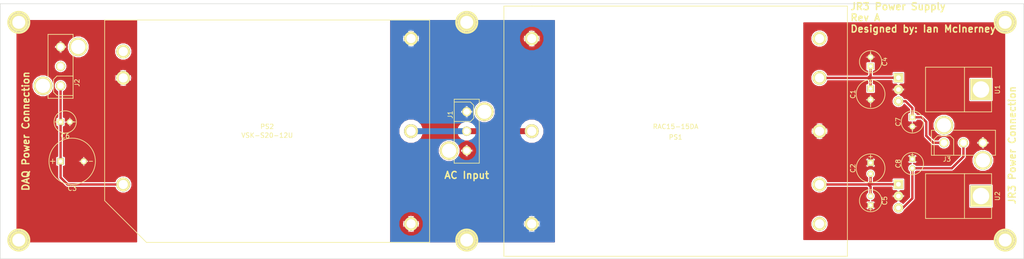
<source format=kicad_pcb>
(kicad_pcb (version 3) (host pcbnew "(2013-06-11 BZR 4021)-stable")

  (general
    (links 31)
    (no_connects 0)
    (area 131.992857 189.801 370.364286 246.091001)
    (thickness 1.6)
    (drawings 8)
    (tracks 35)
    (zones 0)
    (modules 21)
    (nets 11)
  )

  (page A3)
  (layers
    (15 F.Cu signal)
    (0 B.Cu signal)
    (16 B.Adhes user)
    (17 F.Adhes user)
    (18 B.Paste user)
    (19 F.Paste user)
    (20 B.SilkS user)
    (21 F.SilkS user)
    (22 B.Mask user)
    (23 F.Mask user)
    (24 Dwgs.User user)
    (25 Cmts.User user)
    (26 Eco1.User user)
    (27 Eco2.User user)
    (28 Edge.Cuts user)
  )

  (setup
    (last_trace_width 0.254)
    (trace_clearance 0.254)
    (zone_clearance 0.2032)
    (zone_45_only no)
    (trace_min 0.254)
    (segment_width 0.2)
    (edge_width 0.1)
    (via_size 0.889)
    (via_drill 0.635)
    (via_min_size 0.889)
    (via_min_drill 0.508)
    (uvia_size 0.508)
    (uvia_drill 0.127)
    (uvias_allowed no)
    (uvia_min_size 0.508)
    (uvia_min_drill 0.127)
    (pcb_text_width 0.3)
    (pcb_text_size 1.5 1.5)
    (mod_edge_width 0.15)
    (mod_text_size 1 1)
    (mod_text_width 0.15)
    (pad_size 4.064 4.064)
    (pad_drill 2.794)
    (pad_to_mask_clearance 0)
    (aux_axis_origin 0 0)
    (visible_elements FFFFFFBF)
    (pcbplotparams
      (layerselection 283148289)
      (usegerberextensions true)
      (excludeedgelayer true)
      (linewidth 0.150000)
      (plotframeref false)
      (viasonmask false)
      (mode 1)
      (useauxorigin false)
      (hpglpennumber 1)
      (hpglpenspeed 20)
      (hpglpendiameter 15)
      (hpglpenoverlay 2)
      (psnegative false)
      (psa4output false)
      (plotreference true)
      (plotvalue true)
      (plotothertext true)
      (plotinvisibletext false)
      (padsonsilk false)
      (subtractmaskfromsilk false)
      (outputformat 1)
      (mirror false)
      (drillshape 0)
      (scaleselection 1)
      (outputdirectory Power_Supply_Gerbers/))
  )

  (net 0 "")
  (net 1 /AC_Gnd)
  (net 2 /AC_Hot)
  (net 3 /AC_Neutral)
  (net 4 /JR3_GND)
  (net 5 GND)
  (net 6 N-000001)
  (net 7 N-0000011)
  (net 8 N-000002)
  (net 9 N-000003)
  (net 10 N-000004)

  (net_class Default "This is the default net class."
    (clearance 0.254)
    (trace_width 0.254)
    (via_dia 0.889)
    (via_drill 0.635)
    (uvia_dia 0.508)
    (uvia_drill 0.127)
    (add_net "")
    (add_net /JR3_GND)
    (add_net GND)
    (add_net N-0000011)
  )

  (net_class AC ""
    (clearance 1.016)
    (trace_width 1.27)
    (via_dia 0.889)
    (via_drill 0.635)
    (uvia_dia 0.508)
    (uvia_drill 0.127)
    (add_net /AC_Gnd)
    (add_net /AC_Hot)
    (add_net /AC_Neutral)
  )

  (net_class DC ""
    (clearance 0.254)
    (trace_width 0.508)
    (via_dia 0.889)
    (via_drill 0.635)
    (uvia_dia 0.508)
    (uvia_drill 0.127)
    (add_net N-000001)
    (add_net N-000002)
    (add_net N-000003)
    (add_net N-000004)
  )

  (module TO220_HORIZ (layer F.Cu) (tedit 52F40229) (tstamp 52F43291)
    (at 333 232)
    (path /52F3FF00)
    (fp_text reference U2 (at 21.336 0 90) (layer F.SilkS)
      (effects (font (size 1 1) (thickness 0.15)))
    )
    (fp_text value 7912 (at 13.97 5.588) (layer F.SilkS) hide
      (effects (font (size 1 1) (thickness 0.15)))
    )
    (fp_line (start 14.224 -4.826) (end 14.224 4.826) (layer F.SilkS) (width 0.15))
    (fp_line (start 5.842 4.826) (end 20.066 4.826) (layer F.SilkS) (width 0.15))
    (fp_line (start 20.066 4.826) (end 20.066 -4.826) (layer F.SilkS) (width 0.15))
    (fp_line (start 20.066 -4.826) (end 5.842 -4.826) (layer F.SilkS) (width 0.15))
    (fp_line (start 5.842 -4.826) (end 5.842 4.826) (layer F.SilkS) (width 0.15))
    (pad 2 thru_hole circle (at 0 0) (size 2.032 2.032) (drill 1.016)
      (layers *.Cu *.Mask F.SilkS)
      (net 4 /JR3_GND)
    )
    (pad 3 thru_hole circle (at 0 2.54) (size 2.032 2.032) (drill 1.016)
      (layers *.Cu *.Mask F.SilkS)
      (net 6 N-000001)
    )
    (pad 1 thru_hole rect (at 0 -2.54) (size 2.032 2.032) (drill 1.016)
      (layers *.Cu *.Mask F.SilkS)
      (net 10 N-000004)
    )
    (pad "" thru_hole rect (at 17.78 0) (size 4.572 4.572) (drill 3.556)
      (layers *.Cu *.Mask F.SilkS)
    )
  )

  (module TO220_HORIZ (layer F.Cu) (tedit 52F40229) (tstamp 52F43280)
    (at 333 209)
    (path /52F3FE75)
    (fp_text reference U1 (at 21.336 0 90) (layer F.SilkS)
      (effects (font (size 1 1) (thickness 0.15)))
    )
    (fp_text value 7812 (at 13.97 5.588) (layer F.SilkS) hide
      (effects (font (size 1 1) (thickness 0.15)))
    )
    (fp_line (start 14.224 -4.826) (end 14.224 4.826) (layer F.SilkS) (width 0.15))
    (fp_line (start 5.842 4.826) (end 20.066 4.826) (layer F.SilkS) (width 0.15))
    (fp_line (start 20.066 4.826) (end 20.066 -4.826) (layer F.SilkS) (width 0.15))
    (fp_line (start 20.066 -4.826) (end 5.842 -4.826) (layer F.SilkS) (width 0.15))
    (fp_line (start 5.842 -4.826) (end 5.842 4.826) (layer F.SilkS) (width 0.15))
    (pad 2 thru_hole circle (at 0 0) (size 2.032 2.032) (drill 1.016)
      (layers *.Cu *.Mask F.SilkS)
      (net 4 /JR3_GND)
    )
    (pad 3 thru_hole circle (at 0 2.54) (size 2.032 2.032) (drill 1.016)
      (layers *.Cu *.Mask F.SilkS)
      (net 8 N-000002)
    )
    (pad 1 thru_hole rect (at 0 -2.54) (size 2.032 2.032) (drill 1.016)
      (layers *.Cu *.Mask F.SilkS)
      (net 9 N-000003)
    )
    (pad "" thru_hole rect (at 17.78 0) (size 4.572 4.572) (drill 3.556)
      (layers *.Cu *.Mask F.SilkS)
    )
  )

  (module C_2.5mm_6.3mm (layer F.Cu) (tedit 52F40249) (tstamp 52F4333A)
    (at 327 226 90)
    (path /52F32A2E)
    (fp_text reference C2 (at 0 -3.81 90) (layer F.SilkS)
      (effects (font (size 1 1) (thickness 0.15)))
    )
    (fp_text value 47uF (at 0 4.064 90) (layer F.SilkS) hide
      (effects (font (size 1 1) (thickness 0.15)))
    )
    (fp_line (start -2.2 0) (end -2.8 0) (layer F.SilkS) (width 0.15))
    (fp_line (start 2.5 -0.4) (end 2.5 0.4) (layer F.SilkS) (width 0.15))
    (fp_line (start 2.1 0) (end 2.9 0) (layer F.SilkS) (width 0.15))
    (fp_circle (center 0 0) (end 0 -3.1) (layer F.SilkS) (width 0.15))
    (pad 1 thru_hole rect (at 1.2 0 90) (size 1.4 1.4) (drill 0.7)
      (layers *.Cu *.Mask F.SilkS)
      (net 4 /JR3_GND)
    )
    (pad 2 thru_hole circle (at -1.2 0 90) (size 1.4 1.4) (drill 0.7)
      (layers *.Cu *.Mask F.SilkS)
      (net 10 N-000004)
    )
  )

  (module C_2.5mm_6.3mm (layer F.Cu) (tedit 52F40249) (tstamp 52F43330)
    (at 327 210 90)
    (path /52F32A1F)
    (fp_text reference C1 (at 0 -3.81 90) (layer F.SilkS)
      (effects (font (size 1 1) (thickness 0.15)))
    )
    (fp_text value 47uF (at 0 4.064 90) (layer F.SilkS) hide
      (effects (font (size 1 1) (thickness 0.15)))
    )
    (fp_line (start -2.2 0) (end -2.8 0) (layer F.SilkS) (width 0.15))
    (fp_line (start 2.5 -0.4) (end 2.5 0.4) (layer F.SilkS) (width 0.15))
    (fp_line (start 2.1 0) (end 2.9 0) (layer F.SilkS) (width 0.15))
    (fp_circle (center 0 0) (end 0 -3.1) (layer F.SilkS) (width 0.15))
    (pad 1 thru_hole rect (at 1.2 0 90) (size 1.4 1.4) (drill 0.7)
      (layers *.Cu *.Mask F.SilkS)
      (net 9 N-000003)
    )
    (pad 2 thru_hole circle (at -1.2 0 90) (size 1.4 1.4) (drill 0.7)
      (layers *.Cu *.Mask F.SilkS)
      (net 4 /JR3_GND)
    )
  )

  (module C_2mm_5mm (layer F.Cu) (tedit 52F40259) (tstamp 52F43326)
    (at 327 203 270)
    (path /52F32D01)
    (fp_text reference C4 (at 0 -3.048 270) (layer F.SilkS)
      (effects (font (size 1 1) (thickness 0.15)))
    )
    (fp_text value 0.1uF (at 0 3.302 270) (layer F.SilkS) hide
      (effects (font (size 1 1) (thickness 0.15)))
    )
    (fp_line (start 1.9 -0.3) (end 1.9 0.3) (layer F.SilkS) (width 0.15))
    (fp_line (start 1.6 0) (end 2.2 0) (layer F.SilkS) (width 0.15))
    (fp_line (start -2.2 0) (end -1.6 0) (layer F.SilkS) (width 0.15))
    (fp_circle (center 0 0) (end 0 -2.4) (layer F.SilkS) (width 0.15))
    (pad 1 thru_hole rect (at 1 0 270) (size 1.3 1.3) (drill 0.7)
      (layers *.Cu *.Mask F.SilkS)
      (net 9 N-000003)
    )
    (pad 2 thru_hole circle (at -1 0 270) (size 1.3 1.3) (drill 0.7)
      (layers *.Cu *.Mask F.SilkS)
      (net 4 /JR3_GND)
    )
  )

  (module C_2mm_5mm (layer F.Cu) (tedit 52F40259) (tstamp 52F4331C)
    (at 327 233 270)
    (path /52F32CF2)
    (fp_text reference C5 (at 0 -3.048 270) (layer F.SilkS)
      (effects (font (size 1 1) (thickness 0.15)))
    )
    (fp_text value 0.1uF (at 0 3.302 270) (layer F.SilkS) hide
      (effects (font (size 1 1) (thickness 0.15)))
    )
    (fp_line (start 1.9 -0.3) (end 1.9 0.3) (layer F.SilkS) (width 0.15))
    (fp_line (start 1.6 0) (end 2.2 0) (layer F.SilkS) (width 0.15))
    (fp_line (start -2.2 0) (end -1.6 0) (layer F.SilkS) (width 0.15))
    (fp_circle (center 0 0) (end 0 -2.4) (layer F.SilkS) (width 0.15))
    (pad 1 thru_hole rect (at 1 0 270) (size 1.3 1.3) (drill 0.7)
      (layers *.Cu *.Mask F.SilkS)
      (net 4 /JR3_GND)
    )
    (pad 2 thru_hole circle (at -1 0 270) (size 1.3 1.3) (drill 0.7)
      (layers *.Cu *.Mask F.SilkS)
      (net 10 N-000004)
    )
  )

  (module C_2mm_5mm (layer F.Cu) (tedit 52F40259) (tstamp 52F43312)
    (at 336 225 90)
    (path /52F32A01)
    (fp_text reference C8 (at 0 -3.048 90) (layer F.SilkS)
      (effects (font (size 1 1) (thickness 0.15)))
    )
    (fp_text value 0.1uF (at 0 3.302 90) (layer F.SilkS) hide
      (effects (font (size 1 1) (thickness 0.15)))
    )
    (fp_line (start 1.9 -0.3) (end 1.9 0.3) (layer F.SilkS) (width 0.15))
    (fp_line (start 1.6 0) (end 2.2 0) (layer F.SilkS) (width 0.15))
    (fp_line (start -2.2 0) (end -1.6 0) (layer F.SilkS) (width 0.15))
    (fp_circle (center 0 0) (end 0 -2.4) (layer F.SilkS) (width 0.15))
    (pad 1 thru_hole rect (at 1 0 90) (size 1.3 1.3) (drill 0.7)
      (layers *.Cu *.Mask F.SilkS)
      (net 4 /JR3_GND)
    )
    (pad 2 thru_hole circle (at -1 0 90) (size 1.3 1.3) (drill 0.7)
      (layers *.Cu *.Mask F.SilkS)
      (net 6 N-000001)
    )
  )

  (module C_2mm_5mm (layer F.Cu) (tedit 52F40259) (tstamp 52F43308)
    (at 336 216 90)
    (path /52F329F2)
    (fp_text reference C7 (at 0 -3.048 90) (layer F.SilkS)
      (effects (font (size 1 1) (thickness 0.15)))
    )
    (fp_text value 0.1uF (at 0 3.302 90) (layer F.SilkS) hide
      (effects (font (size 1 1) (thickness 0.15)))
    )
    (fp_line (start 1.9 -0.3) (end 1.9 0.3) (layer F.SilkS) (width 0.15))
    (fp_line (start 1.6 0) (end 2.2 0) (layer F.SilkS) (width 0.15))
    (fp_line (start -2.2 0) (end -1.6 0) (layer F.SilkS) (width 0.15))
    (fp_circle (center 0 0) (end 0 -2.4) (layer F.SilkS) (width 0.15))
    (pad 1 thru_hole rect (at 1 0 90) (size 1.3 1.3) (drill 0.7)
      (layers *.Cu *.Mask F.SilkS)
      (net 8 N-000002)
    )
    (pad 2 thru_hole circle (at -1 0 90) (size 1.3 1.3) (drill 0.7)
      (layers *.Cu *.Mask F.SilkS)
      (net 4 /JR3_GND)
    )
  )

  (module C_2mm_5mm (layer F.Cu) (tedit 52F40259) (tstamp 52F432FE)
    (at 153.5 216 180)
    (path /52F329C5)
    (fp_text reference C6 (at 0 -3.048 180) (layer F.SilkS)
      (effects (font (size 1 1) (thickness 0.15)))
    )
    (fp_text value 0.1uF (at 0 3.302 180) (layer F.SilkS) hide
      (effects (font (size 1 1) (thickness 0.15)))
    )
    (fp_line (start 1.9 -0.3) (end 1.9 0.3) (layer F.SilkS) (width 0.15))
    (fp_line (start 1.6 0) (end 2.2 0) (layer F.SilkS) (width 0.15))
    (fp_line (start -2.2 0) (end -1.6 0) (layer F.SilkS) (width 0.15))
    (fp_circle (center 0 0) (end 0 -2.4) (layer F.SilkS) (width 0.15))
    (pad 1 thru_hole rect (at 1 0 180) (size 1.3 1.3) (drill 0.7)
      (layers *.Cu *.Mask F.SilkS)
      (net 7 N-0000011)
    )
    (pad 2 thru_hole circle (at -1 0 180) (size 1.3 1.3) (drill 0.7)
      (layers *.Cu *.Mask F.SilkS)
      (net 5 GND)
    )
  )

  (module C_5mm_10mm (layer F.Cu) (tedit 52F4023A) (tstamp 52F432F4)
    (at 155 224.5 180)
    (path /52F329B6)
    (fp_text reference C3 (at 0 -5.842 180) (layer F.SilkS)
      (effects (font (size 1 1) (thickness 0.15)))
    )
    (fp_text value 220uF (at 0 2.286 180) (layer F.SilkS) hide
      (effects (font (size 1 1) (thickness 0.15)))
    )
    (fp_line (start -3.7 0) (end -4.4 0) (layer F.SilkS) (width 0.15))
    (fp_line (start 4.2 -0.4) (end 4.2 -0.5) (layer F.SilkS) (width 0.15))
    (fp_line (start 4.2 0.4) (end 4.2 0.5) (layer F.SilkS) (width 0.15))
    (fp_line (start 4.2 -0.4) (end 4.2 0.4) (layer F.SilkS) (width 0.15))
    (fp_line (start 3.7 0) (end 4.7 0) (layer F.SilkS) (width 0.15))
    (fp_circle (center 0 0) (end 0 -5) (layer F.SilkS) (width 0.15))
    (pad 1 thru_hole rect (at 2.5 0 180) (size 1.4 1.4) (drill 0.8)
      (layers *.Cu *.Mask F.SilkS)
      (net 7 N-0000011)
    )
    (pad 2 thru_hole circle (at -2.5 0 180) (size 1.4 1.4) (drill 0.8)
      (layers *.Cu *.Mask F.SilkS)
      (net 5 GND)
    )
  )

  (module CONN_MINI-FIT-JR_3_TH (layer F.Cu) (tedit 52F40288) (tstamp 52F432E8)
    (at 152.5 204 270)
    (path /52F31CE2)
    (fp_text reference J2 (at 3.556 -3.556 270) (layer F.SilkS)
      (effects (font (size 1 1) (thickness 0.15)))
    )
    (fp_text value CONN_3 (at -3.302 3.81 270) (layer F.SilkS) hide
      (effects (font (size 1 1) (thickness 0.15)))
    )
    (fp_line (start 2.1 0.8) (end 2.8 1.5) (layer F.SilkS) (width 0.15))
    (fp_line (start 2.8 1.5) (end 5.6 1.5) (layer F.SilkS) (width 0.15))
    (fp_line (start 5.6 1.5) (end 6.3 0.8) (layer F.SilkS) (width 0.15))
    (fp_line (start 6.3 0.8) (end 6.3 -2.7) (layer F.SilkS) (width 0.15))
    (fp_line (start 2.1 -2.7) (end 2.1 0.8) (layer F.SilkS) (width 0.15))
    (fp_line (start -6.9 -2.7) (end 6.9 -2.7) (layer F.SilkS) (width 0.15))
    (fp_line (start 6.9 -2.7) (end 6.9 2.7) (layer F.SilkS) (width 0.15))
    (fp_line (start 6.9 2.7) (end -6.9 2.7) (layer F.SilkS) (width 0.15))
    (fp_line (start -6.9 2.7) (end -6.9 -2.7) (layer F.SilkS) (width 0.15))
    (pad 1 thru_hole circle (at 4.2 0 270) (size 2 2) (drill 1.4)
      (layers *.Cu *.Mask F.SilkS)
      (net 7 N-0000011)
    )
    (pad 2 thru_hole circle (at 0 0 270) (size 2 2) (drill 1.4)
      (layers *.Cu *.Mask F.SilkS)
    )
    (pad 3 thru_hole circle (at -4.2 0 270) (size 2 2) (drill 1.4)
      (layers *.Cu *.Mask F.SilkS)
      (net 5 GND)
    )
    (pad "" thru_hole circle (at -4.2 -3.8 270) (size 4 4) (drill 3.1)
      (layers *.Cu *.Mask F.SilkS)
    )
    (pad "" thru_hole circle (at 4.2 3.8 270) (size 4 4) (drill 3.1)
      (layers *.Cu *.Mask F.SilkS)
    )
  )

  (module CONN_MINI-FIT-JR_3_TH (layer F.Cu) (tedit 52F40288) (tstamp 52F432D6)
    (at 347 220.5 180)
    (path /52F31CD3)
    (fp_text reference J3 (at 3.556 -3.556 180) (layer F.SilkS)
      (effects (font (size 1 1) (thickness 0.15)))
    )
    (fp_text value CONN_3 (at -3.302 3.81 180) (layer F.SilkS) hide
      (effects (font (size 1 1) (thickness 0.15)))
    )
    (fp_line (start 2.1 0.8) (end 2.8 1.5) (layer F.SilkS) (width 0.15))
    (fp_line (start 2.8 1.5) (end 5.6 1.5) (layer F.SilkS) (width 0.15))
    (fp_line (start 5.6 1.5) (end 6.3 0.8) (layer F.SilkS) (width 0.15))
    (fp_line (start 6.3 0.8) (end 6.3 -2.7) (layer F.SilkS) (width 0.15))
    (fp_line (start 2.1 -2.7) (end 2.1 0.8) (layer F.SilkS) (width 0.15))
    (fp_line (start -6.9 -2.7) (end 6.9 -2.7) (layer F.SilkS) (width 0.15))
    (fp_line (start 6.9 -2.7) (end 6.9 2.7) (layer F.SilkS) (width 0.15))
    (fp_line (start 6.9 2.7) (end -6.9 2.7) (layer F.SilkS) (width 0.15))
    (fp_line (start -6.9 2.7) (end -6.9 -2.7) (layer F.SilkS) (width 0.15))
    (pad 1 thru_hole circle (at 4.2 0 180) (size 2 2) (drill 1.4)
      (layers *.Cu *.Mask F.SilkS)
      (net 8 N-000002)
    )
    (pad 2 thru_hole circle (at 0 0 180) (size 2 2) (drill 1.4)
      (layers *.Cu *.Mask F.SilkS)
      (net 6 N-000001)
    )
    (pad 3 thru_hole circle (at -4.2 0 180) (size 2 2) (drill 1.4)
      (layers *.Cu *.Mask F.SilkS)
      (net 4 /JR3_GND)
    )
    (pad "" thru_hole circle (at -4.2 -3.8 180) (size 4 4) (drill 3.1)
      (layers *.Cu *.Mask F.SilkS)
    )
    (pad "" thru_hole circle (at 4.2 3.8 180) (size 4 4) (drill 3.1)
      (layers *.Cu *.Mask F.SilkS)
    )
  )

  (module CONN_MINI-FIT-JR_3_TH (layer F.Cu) (tedit 52F40288) (tstamp 52F432C4)
    (at 240 218 90)
    (path /52F31CC4)
    (fp_text reference J1 (at 3.556 -3.556 90) (layer F.SilkS)
      (effects (font (size 1 1) (thickness 0.15)))
    )
    (fp_text value CONN_3 (at -3.302 3.81 90) (layer F.SilkS) hide
      (effects (font (size 1 1) (thickness 0.15)))
    )
    (fp_line (start 2.1 0.8) (end 2.8 1.5) (layer F.SilkS) (width 0.15))
    (fp_line (start 2.8 1.5) (end 5.6 1.5) (layer F.SilkS) (width 0.15))
    (fp_line (start 5.6 1.5) (end 6.3 0.8) (layer F.SilkS) (width 0.15))
    (fp_line (start 6.3 0.8) (end 6.3 -2.7) (layer F.SilkS) (width 0.15))
    (fp_line (start 2.1 -2.7) (end 2.1 0.8) (layer F.SilkS) (width 0.15))
    (fp_line (start -6.9 -2.7) (end 6.9 -2.7) (layer F.SilkS) (width 0.15))
    (fp_line (start 6.9 -2.7) (end 6.9 2.7) (layer F.SilkS) (width 0.15))
    (fp_line (start 6.9 2.7) (end -6.9 2.7) (layer F.SilkS) (width 0.15))
    (fp_line (start -6.9 2.7) (end -6.9 -2.7) (layer F.SilkS) (width 0.15))
    (pad 1 thru_hole circle (at 4.2 0 90) (size 2 2) (drill 1.4)
      (layers *.Cu *.Mask F.SilkS)
      (net 1 /AC_Gnd)
    )
    (pad 2 thru_hole circle (at 0 0 90) (size 2 2) (drill 1.4)
      (layers *.Cu *.Mask F.SilkS)
      (net 3 /AC_Neutral)
    )
    (pad 3 thru_hole circle (at -4.2 0 90) (size 2 2) (drill 1.4)
      (layers *.Cu *.Mask F.SilkS)
      (net 2 /AC_Hot)
    )
    (pad "" thru_hole circle (at -4.2 -3.8 90) (size 4 4) (drill 3.1)
      (layers *.Cu *.Mask F.SilkS)
    )
    (pad "" thru_hole circle (at 4.2 3.8 90) (size 4 4) (drill 3.1)
      (layers *.Cu *.Mask F.SilkS)
    )
  )

  (module PS_CUI_VSK-S20 (layer F.Cu) (tedit 52F3F2D3) (tstamp 52F432B2)
    (at 197 218 180)
    (path /52F3239C)
    (fp_text reference PS2 (at 0 1 180) (layer F.SilkS)
      (effects (font (size 1 1) (thickness 0.15)))
    )
    (fp_text value VSK-S20-12U (at 0 -0.9 180) (layer F.SilkS)
      (effects (font (size 1 1) (thickness 0.15)))
    )
    (fp_line (start 35 -15) (end 26 -24) (layer F.SilkS) (width 0.15))
    (fp_line (start 26 -24) (end -35 -24) (layer F.SilkS) (width 0.15))
    (fp_line (start -35 -24) (end -35 24) (layer F.SilkS) (width 0.15))
    (fp_line (start -35 24) (end 35 24) (layer F.SilkS) (width 0.15))
    (fp_line (start 35 24) (end 35 -15) (layer F.SilkS) (width 0.15))
    (pad 1 thru_hole circle (at -31 20 180) (size 3 3) (drill 2)
      (layers *.Cu *.Mask F.SilkS)
      (net 1 /AC_Gnd)
    )
    (pad 2 thru_hole circle (at -31 0 180) (size 3 3) (drill 2)
      (layers *.Cu *.Mask F.SilkS)
      (net 3 /AC_Neutral)
    )
    (pad 3 thru_hole circle (at -31 -20 180) (size 3 3) (drill 2)
      (layers *.Cu *.Mask F.SilkS)
      (net 2 /AC_Hot)
    )
    (pad 4 thru_hole circle (at 31 17.2 180) (size 3 3) (drill 2)
      (layers *.Cu *.Mask F.SilkS)
    )
    (pad 5 thru_hole circle (at 31 11.5 180) (size 3 3) (drill 2)
      (layers *.Cu *.Mask F.SilkS)
      (net 5 GND)
    )
    (pad 6 thru_hole circle (at 31 -11.5 180) (size 3 3) (drill 2)
      (layers *.Cu *.Mask F.SilkS)
      (net 7 N-0000011)
    )
  )

  (module PS_RACOM_RAC15 (layer F.Cu) (tedit 52F3F2F8) (tstamp 52F432A3)
    (at 285 218)
    (path /52F3238D)
    (fp_text reference PS1 (at 0 1.3) (layer F.SilkS)
      (effects (font (size 1 1) (thickness 0.15)))
    )
    (fp_text value RAC15-15DA (at 0 -1) (layer F.SilkS)
      (effects (font (size 1 1) (thickness 0.15)))
    )
    (fp_line (start 31 -27) (end 37 -27) (layer F.SilkS) (width 0.15))
    (fp_line (start 37 -27) (end 37 27) (layer F.SilkS) (width 0.15))
    (fp_line (start 37 27) (end -37 27) (layer F.SilkS) (width 0.15))
    (fp_line (start -37 27) (end -37 -27) (layer F.SilkS) (width 0.15))
    (fp_line (start -31 -27) (end -37 -27) (layer F.SilkS) (width 0.15))
    (fp_line (start -31 -27) (end 31 -27) (layer F.SilkS) (width 0.15))
    (pad 2 thru_hole circle (at -31 0) (size 3 3) (drill 2)
      (layers *.Cu *.Mask F.SilkS)
      (net 3 /AC_Neutral)
    )
    (pad 1 thru_hole circle (at -31 20) (size 3 3) (drill 2)
      (layers *.Cu *.Mask F.SilkS)
      (net 1 /AC_Gnd)
    )
    (pad 3 thru_hole circle (at -31 -20) (size 3 3) (drill 2)
      (layers *.Cu *.Mask F.SilkS)
      (net 2 /AC_Hot)
    )
    (pad 4 thru_hole circle (at 31 20) (size 3 3) (drill 2)
      (layers *.Cu *.Mask F.SilkS)
    )
    (pad 5 thru_hole circle (at 31 11.5) (size 3 3) (drill 2)
      (layers *.Cu *.Mask F.SilkS)
      (net 10 N-000004)
    )
    (pad 6 thru_hole circle (at 31 0) (size 3 3) (drill 2)
      (layers *.Cu *.Mask F.SilkS)
      (net 4 /JR3_GND)
    )
    (pad 7 thru_hole circle (at 31 -11.5) (size 3 3) (drill 2)
      (layers *.Cu *.Mask F.SilkS)
      (net 9 N-000003)
    )
    (pad 8 thru_hole circle (at 31 -20) (size 3 3) (drill 2)
      (layers *.Cu *.Mask F.SilkS)
    )
  )

  (module 1pin (layer F.Cu) (tedit 52F46722) (tstamp 52F47AB1)
    (at 356 194.5)
    (descr "module 1 pin (ou trou mecanique de percage)")
    (tags DEV)
    (path 1pin)
    (fp_text reference 1PIN (at 0 -3.048) (layer F.SilkS) hide
      (effects (font (size 1.016 1.016) (thickness 0.254)))
    )
    (fp_text value P*** (at 0 2.794) (layer F.SilkS) hide
      (effects (font (size 1.016 1.016) (thickness 0.254)))
    )
    (fp_circle (center 0 0) (end 0 -2.286) (layer F.SilkS) (width 0.381))
    (pad 1 thru_hole circle (at 0 0) (size 4.064 4.064) (drill 2.794)
      (layers *.Cu *.Mask F.SilkS)
    )
  )

  (module 1pin (layer F.Cu) (tedit 52F46727) (tstamp 52F47ABC)
    (at 356 241.5)
    (descr "module 1 pin (ou trou mecanique de percage)")
    (tags DEV)
    (path 1pin)
    (fp_text reference 1PIN (at 0 -3.048) (layer F.SilkS) hide
      (effects (font (size 1.016 1.016) (thickness 0.254)))
    )
    (fp_text value P*** (at 0 2.794) (layer F.SilkS) hide
      (effects (font (size 1.016 1.016) (thickness 0.254)))
    )
    (fp_circle (center 0 0) (end 0 -2.286) (layer F.SilkS) (width 0.381))
    (pad 1 thru_hole circle (at 0 0) (size 4.064 4.064) (drill 2.794)
      (layers *.Cu *.Mask F.SilkS)
    )
  )

  (module 1pin (layer F.Cu) (tedit 52F4671E) (tstamp 52F47AC7)
    (at 143.5 194.5)
    (descr "module 1 pin (ou trou mecanique de percage)")
    (tags DEV)
    (path 1pin)
    (fp_text reference 1PIN (at 0 -3.048) (layer F.SilkS) hide
      (effects (font (size 1.016 1.016) (thickness 0.254)))
    )
    (fp_text value P*** (at 0 2.794) (layer F.SilkS) hide
      (effects (font (size 1.016 1.016) (thickness 0.254)))
    )
    (fp_circle (center 0 0) (end 0 -2.286) (layer F.SilkS) (width 0.381))
    (pad 1 thru_hole circle (at 0 0) (size 4.064 4.064) (drill 2.794)
      (layers *.Cu *.Mask F.SilkS)
    )
  )

  (module 1pin (layer F.Cu) (tedit 52F4671A) (tstamp 52F47AD2)
    (at 143.5 241.5)
    (descr "module 1 pin (ou trou mecanique de percage)")
    (tags DEV)
    (path 1pin)
    (fp_text reference 1PIN (at 0 -3.048) (layer F.SilkS) hide
      (effects (font (size 1.016 1.016) (thickness 0.254)))
    )
    (fp_text value P*** (at 0 2.794) (layer F.SilkS) hide
      (effects (font (size 1.016 1.016) (thickness 0.254)))
    )
    (fp_circle (center 0 0) (end 0 -2.286) (layer F.SilkS) (width 0.381))
    (pad 1 thru_hole circle (at 0 0) (size 4.064 4.064) (drill 2.794)
      (layers *.Cu *.Mask F.SilkS)
    )
  )

  (module 1pin (layer F.Cu) (tedit 52F4672B) (tstamp 52F47ADD)
    (at 240 194.5)
    (descr "module 1 pin (ou trou mecanique de percage)")
    (tags DEV)
    (path 1pin)
    (fp_text reference 1PIN (at 0 -3.048) (layer F.SilkS) hide
      (effects (font (size 1.016 1.016) (thickness 0.254)))
    )
    (fp_text value P*** (at 0 2.794) (layer F.SilkS) hide
      (effects (font (size 1.016 1.016) (thickness 0.254)))
    )
    (fp_circle (center 0 0) (end 0 -2.286) (layer F.SilkS) (width 0.381))
    (pad 1 thru_hole circle (at 0 0) (size 4.064 4.064) (drill 2.794)
      (layers *.Cu *.Mask F.SilkS)
    )
  )

  (module 1pin (layer F.Cu) (tedit 52F46775) (tstamp 52F47AE8)
    (at 240 241.5)
    (descr "module 1 pin (ou trou mecanique de percage)")
    (tags DEV)
    (path 1pin)
    (fp_text reference 1PIN (at 0 -3.048) (layer F.SilkS) hide
      (effects (font (size 1.016 1.016) (thickness 0.254)))
    )
    (fp_text value P*** (at 0 2.794) (layer F.SilkS) hide
      (effects (font (size 1.016 1.016) (thickness 0.254)))
    )
    (fp_circle (center 0 0) (end 0 -2.286) (layer F.SilkS) (width 0.381))
    (pad 1 thru_hole circle (at 0 0) (size 4.064 4.064) (drill 2.794)
      (layers *.Cu *.Mask F.SilkS)
    )
  )

  (gr_text "JR3 Power Supply\nRev A\nDesigned by: Ian McInerney" (at 322.5 193.5) (layer F.SilkS)
    (effects (font (size 1.5 1.5) (thickness 0.3)) (justify left))
  )
  (gr_text "AC Input" (at 240 227.5) (layer F.SilkS)
    (effects (font (size 1.5 1.5) (thickness 0.3)))
  )
  (gr_text "JR3 Power Connection" (at 357.5 221 90) (layer F.SilkS)
    (effects (font (size 1.5 1.5) (thickness 0.3)))
  )
  (gr_text "DAQ Power Connection" (at 145 218 90) (layer F.SilkS)
    (effects (font (size 1.5 1.5) (thickness 0.3)))
  )
  (gr_line (start 360 190.5) (end 360 245.5) (angle 90) (layer Edge.Cuts) (width 0.1))
  (gr_line (start 139.5 190.5) (end 360 190.5) (angle 90) (layer Edge.Cuts) (width 0.1))
  (gr_line (start 139.5 245.5) (end 139.5 190.5) (angle 90) (layer Edge.Cuts) (width 0.1))
  (gr_line (start 360 245.5) (end 139.5 245.5) (angle 90) (layer Edge.Cuts) (width 0.1))

  (segment (start 254 218) (end 240 218) (width 1.27) (layer F.Cu) (net 3))
  (segment (start 240 218) (end 228 218) (width 1.27) (layer B.Cu) (net 3))
  (segment (start 336 226) (end 344.5 226) (width 0.508) (layer F.Cu) (net 6))
  (segment (start 347 223.5) (end 347 220.5) (width 0.508) (layer F.Cu) (net 6) (tstamp 52F45915))
  (segment (start 344.5 226) (end 347 223.5) (width 0.508) (layer F.Cu) (net 6) (tstamp 52F45913))
  (segment (start 333 234.54) (end 333.96 234.54) (width 0.508) (layer F.Cu) (net 6))
  (segment (start 336 232.5) (end 336 226) (width 0.508) (layer F.Cu) (net 6) (tstamp 52F4590F))
  (segment (start 333.96 234.54) (end 336 232.5) (width 0.508) (layer F.Cu) (net 6) (tstamp 52F4590E))
  (segment (start 166 229.5) (end 154 229.5) (width 0.508) (layer F.Cu) (net 7))
  (segment (start 152.5 228) (end 152.5 224.5) (width 0.508) (layer F.Cu) (net 7) (tstamp 52F46440))
  (segment (start 154 229.5) (end 152.5 228) (width 0.508) (layer F.Cu) (net 7) (tstamp 52F4643F))
  (segment (start 152.5 216) (end 152.5 208.2) (width 0.508) (layer F.Cu) (net 7))
  (segment (start 152.5 224.5) (end 152.5 216) (width 0.508) (layer F.Cu) (net 7))
  (segment (start 333 211.54) (end 334.54 211.54) (width 0.508) (layer F.Cu) (net 8))
  (segment (start 336 213) (end 336 215) (width 0.508) (layer F.Cu) (net 8) (tstamp 52F45920))
  (segment (start 334.54 211.54) (end 336 213) (width 0.508) (layer F.Cu) (net 8) (tstamp 52F4591F))
  (segment (start 336 215) (end 338 215) (width 0.508) (layer F.Cu) (net 8))
  (segment (start 340.5 220.5) (end 342.8 220.5) (width 0.508) (layer F.Cu) (net 8) (tstamp 52F4591C))
  (segment (start 339 219) (end 340.5 220.5) (width 0.508) (layer F.Cu) (net 8) (tstamp 52F4591B))
  (segment (start 339 216) (end 339 219) (width 0.508) (layer F.Cu) (net 8) (tstamp 52F4591A))
  (segment (start 338 215) (end 339 216) (width 0.508) (layer F.Cu) (net 8) (tstamp 52F45919))
  (segment (start 333 206.46) (end 326.54 206.46) (width 0.508) (layer F.Cu) (net 9))
  (segment (start 326.54 206.46) (end 327 206) (width 0.508) (layer F.Cu) (net 9) (tstamp 52F458CA))
  (segment (start 326.5 206.5) (end 327 206) (width 0.508) (layer F.Cu) (net 9))
  (segment (start 327 206) (end 327 204) (width 0.508) (layer F.Cu) (net 9) (tstamp 52F458BA))
  (segment (start 327 208.8) (end 327 207) (width 0.508) (layer F.Cu) (net 9))
  (segment (start 326.5 206.5) (end 327 207) (width 0.508) (layer F.Cu) (net 9) (tstamp 52F4589F))
  (segment (start 326.5 206.5) (end 316 206.5) (width 0.508) (layer F.Cu) (net 9))
  (segment (start 333 229.46) (end 326.54 229.46) (width 0.508) (layer F.Cu) (net 10))
  (segment (start 326.54 229.46) (end 327 229) (width 0.508) (layer F.Cu) (net 10) (tstamp 52F4586F))
  (segment (start 316 229.5) (end 326.5 229.5) (width 0.508) (layer F.Cu) (net 10))
  (segment (start 326.5 229.5) (end 327 229) (width 0.508) (layer F.Cu) (net 10) (tstamp 52F45840))
  (segment (start 327 229) (end 327 227.2) (width 0.508) (layer F.Cu) (net 10) (tstamp 52F45841))
  (segment (start 327 230) (end 327 232) (width 0.508) (layer F.Cu) (net 10) (tstamp 52F4583C))
  (segment (start 326.5 229.5) (end 327 230) (width 0.508) (layer F.Cu) (net 10) (tstamp 52F4583B))

  (zone (net 4) (net_name /JR3_GND) (layer F.Cu) (tstamp 52F45923) (hatch edge 0.508)
    (connect_pads (clearance 0.2032))
    (min_thickness 0.254)
    (fill (arc_segments 16) (thermal_gap 0.2032) (thermal_bridge_width 1.27))
    (polygon
      (pts
        (xy 356 241.5) (xy 312.5 241.5) (xy 312.5 194.5) (xy 356 194.5)
      )
    )
    (filled_polygon
      (pts
        (xy 355.873 239.086888) (xy 355.52213 239.086583) (xy 354.634931 239.453166) (xy 353.955551 240.131361) (xy 353.58742 241.017919)
        (xy 353.58711 241.373) (xy 353.581412 241.373) (xy 353.581412 223.828468) (xy 353.447066 223.503325) (xy 353.447066 211.210547)
        (xy 353.447066 206.638547) (xy 353.389184 206.498463) (xy 353.282101 206.391192) (xy 353.142118 206.333066) (xy 352.990547 206.332934)
        (xy 348.418547 206.332934) (xy 348.278463 206.390816) (xy 348.171192 206.497899) (xy 348.113066 206.637882) (xy 348.112934 206.789453)
        (xy 348.112934 211.361453) (xy 348.170816 211.501537) (xy 348.277899 211.608808) (xy 348.417882 211.666934) (xy 348.569453 211.667066)
        (xy 353.141453 211.667066) (xy 353.281537 211.609184) (xy 353.388808 211.502101) (xy 353.446934 211.362118) (xy 353.447066 211.210547)
        (xy 353.447066 223.503325) (xy 353.21969 222.953034) (xy 352.550489 222.282664) (xy 352.542619 222.279396) (xy 352.542619 220.308127)
        (xy 352.513845 220.16347) (xy 352.381906 220.025201) (xy 351.907107 220.5) (xy 352.381906 220.974799) (xy 352.513845 220.83653)
        (xy 352.542619 220.308127) (xy 352.542619 222.279396) (xy 351.675688 221.919415) (xy 351.674799 221.919414) (xy 351.674799 221.681906)
        (xy 351.674799 219.318094) (xy 351.53653 219.186155) (xy 351.008127 219.157381) (xy 350.86347 219.186155) (xy 350.725201 219.318094)
        (xy 351.2 219.792893) (xy 351.674799 219.318094) (xy 351.674799 221.681906) (xy 351.2 221.207107) (xy 350.725201 221.681906)
        (xy 350.86347 221.813845) (xy 351.391873 221.842619) (xy 351.53653 221.813845) (xy 351.674799 221.681906) (xy 351.674799 221.919414)
        (xy 350.728468 221.918588) (xy 350.492893 222.015925) (xy 350.492893 220.5) (xy 350.018094 220.025201) (xy 349.886155 220.16347)
        (xy 349.857381 220.691873) (xy 349.886155 220.83653) (xy 350.018094 220.974799) (xy 350.492893 220.5) (xy 350.492893 222.015925)
        (xy 349.853034 222.28031) (xy 349.182664 222.949511) (xy 348.819415 223.824312) (xy 348.818588 224.771532) (xy 349.18031 225.646966)
        (xy 349.849511 226.317336) (xy 350.724312 226.680585) (xy 351.671532 226.681412) (xy 352.546966 226.31969) (xy 353.217336 225.650489)
        (xy 353.580585 224.775688) (xy 353.581412 223.828468) (xy 353.581412 241.373) (xy 353.447066 241.373) (xy 353.447066 234.210547)
        (xy 353.447066 229.638547) (xy 353.389184 229.498463) (xy 353.282101 229.391192) (xy 353.142118 229.333066) (xy 352.990547 229.332934)
        (xy 348.418547 229.332934) (xy 348.381239 229.348349) (xy 348.381239 220.226507) (xy 348.171437 219.718749) (xy 347.783295 219.329928)
        (xy 347.275903 219.119241) (xy 346.726507 219.118761) (xy 346.218749 219.328563) (xy 345.829928 219.716705) (xy 345.619241 220.224097)
        (xy 345.618761 220.773493) (xy 345.828563 221.281251) (xy 346.216705 221.670072) (xy 346.365 221.731649) (xy 346.365 223.236974)
        (xy 345.181412 224.420562) (xy 345.181412 216.228468) (xy 344.81969 215.353034) (xy 344.150489 214.682664) (xy 343.275688 214.319415)
        (xy 342.328468 214.318588) (xy 341.453034 214.68031) (xy 340.782664 215.349511) (xy 340.419415 216.224312) (xy 340.418588 217.171532)
        (xy 340.78031 218.046966) (xy 341.449511 218.717336) (xy 342.324312 219.080585) (xy 343.271532 219.081412) (xy 344.146966 218.71969)
        (xy 344.817336 218.050489) (xy 345.180585 217.175688) (xy 345.181412 216.228468) (xy 345.181412 224.420562) (xy 344.236974 225.365)
        (xy 344.181239 225.365) (xy 344.181239 220.226507) (xy 343.971437 219.718749) (xy 343.583295 219.329928) (xy 343.075903 219.119241)
        (xy 342.526507 219.118761) (xy 342.018749 219.328563) (xy 341.629928 219.716705) (xy 341.56835 219.865) (xy 340.763026 219.865)
        (xy 339.635 218.736974) (xy 339.635 216) (xy 339.586664 215.756996) (xy 339.586663 215.756995) (xy 339.449013 215.550987)
        (xy 339.449009 215.550984) (xy 338.449013 214.550987) (xy 338.243004 214.413336) (xy 338 214.365) (xy 337.031066 214.365)
        (xy 337.031066 214.274547) (xy 336.973184 214.134463) (xy 336.866101 214.027192) (xy 336.726118 213.969066) (xy 336.635 213.968986)
        (xy 336.635 213) (xy 336.634999 212.999999) (xy 336.635 212.999999) (xy 336.625385 212.951663) (xy 336.586664 212.756996)
        (xy 336.586663 212.756995) (xy 336.449013 212.550987) (xy 336.449009 212.550984) (xy 334.989013 211.090987) (xy 334.783004 210.953336)
        (xy 334.54 210.905) (xy 334.397066 210.905) (xy 334.397066 207.400547) (xy 334.397066 205.368547) (xy 334.339184 205.228463)
        (xy 334.232101 205.121192) (xy 334.092118 205.063066) (xy 333.940547 205.062934) (xy 331.908547 205.062934) (xy 331.768463 205.120816)
        (xy 331.661192 205.227899) (xy 331.603066 205.367882) (xy 331.602934 205.519453) (xy 331.602934 205.825) (xy 327.635 205.825)
        (xy 327.635 205.031066) (xy 327.725453 205.031066) (xy 327.865537 204.973184) (xy 327.972808 204.866101) (xy 328.030934 204.726118)
        (xy 328.031066 204.574547) (xy 328.031066 203.274547) (xy 327.994839 203.186871) (xy 327.994839 201.904605) (xy 327.955617 201.707425)
        (xy 327.836025 201.623594) (xy 327.459619 202) (xy 327.836025 202.376406) (xy 327.955617 202.292575) (xy 327.994839 201.904605)
        (xy 327.994839 203.186871) (xy 327.973184 203.134463) (xy 327.866101 203.027192) (xy 327.726118 202.969066) (xy 327.574547 202.968934)
        (xy 327.225626 202.968934) (xy 327.292575 202.955617) (xy 327.376406 202.836025) (xy 327.376406 201.163975) (xy 327.292575 201.044383)
        (xy 326.904605 201.005161) (xy 326.707425 201.044383) (xy 326.623594 201.163975) (xy 327 201.540381) (xy 327.376406 201.163975)
        (xy 327.376406 202.836025) (xy 327 202.459619) (xy 326.623594 202.836025) (xy 326.707425 202.955617) (xy 326.839152 202.968934)
        (xy 326.540381 202.968934) (xy 326.540381 202) (xy 326.163975 201.623594) (xy 326.044383 201.707425) (xy 326.005161 202.095395)
        (xy 326.044383 202.292575) (xy 326.163975 202.376406) (xy 326.540381 202) (xy 326.540381 202.968934) (xy 326.274547 202.968934)
        (xy 326.134463 203.026816) (xy 326.027192 203.133899) (xy 325.969066 203.273882) (xy 325.968934 203.425453) (xy 325.968934 204.725453)
        (xy 326.026816 204.865537) (xy 326.133899 204.972808) (xy 326.273882 205.030934) (xy 326.365 205.031013) (xy 326.365 205.736974)
        (xy 326.236974 205.865) (xy 317.881325 205.865) (xy 317.881325 197.627488) (xy 317.595563 196.935892) (xy 317.066892 196.406296)
        (xy 316.375795 196.119328) (xy 315.627488 196.118675) (xy 314.935892 196.404437) (xy 314.406296 196.933108) (xy 314.119328 197.624205)
        (xy 314.118675 198.372512) (xy 314.404437 199.064108) (xy 314.933108 199.593704) (xy 315.624205 199.880672) (xy 316.372512 199.881325)
        (xy 317.064108 199.595563) (xy 317.593704 199.066892) (xy 317.880672 198.375795) (xy 317.881325 197.627488) (xy 317.881325 205.865)
        (xy 317.772867 205.865) (xy 317.595563 205.435892) (xy 317.066892 204.906296) (xy 316.375795 204.619328) (xy 315.627488 204.618675)
        (xy 314.935892 204.904437) (xy 314.406296 205.433108) (xy 314.119328 206.124205) (xy 314.118675 206.872512) (xy 314.404437 207.564108)
        (xy 314.933108 208.093704) (xy 315.624205 208.380672) (xy 316.372512 208.381325) (xy 317.064108 208.095563) (xy 317.593704 207.566892)
        (xy 317.77304 207.135) (xy 326.236974 207.135) (xy 326.365 207.263025) (xy 326.365 207.718934) (xy 326.224547 207.718934)
        (xy 326.084463 207.776816) (xy 325.977192 207.883899) (xy 325.919066 208.023882) (xy 325.918934 208.175453) (xy 325.918934 209.575453)
        (xy 325.976816 209.715537) (xy 326.083899 209.822808) (xy 326.223882 209.880934) (xy 326.375453 209.881066) (xy 327.775453 209.881066)
        (xy 327.915537 209.823184) (xy 328.022808 209.716101) (xy 328.080934 209.576118) (xy 328.081066 209.424547) (xy 328.081066 208.024547)
        (xy 328.023184 207.884463) (xy 327.916101 207.777192) (xy 327.776118 207.719066) (xy 327.635 207.718943) (xy 327.635 207.095)
        (xy 331.602934 207.095) (xy 331.602934 207.551453) (xy 331.660816 207.691537) (xy 331.767899 207.798808) (xy 331.907882 207.856934)
        (xy 332.059453 207.857066) (xy 332.575486 207.857066) (xy 333 208.28158) (xy 333.424513 207.857066) (xy 334.091453 207.857066)
        (xy 334.231537 207.799184) (xy 334.338808 207.692101) (xy 334.396934 207.552118) (xy 334.397066 207.400547) (xy 334.397066 210.905)
        (xy 334.358463 210.905) (xy 334.358463 208.803704) (xy 334.330176 208.661493) (xy 334.197689 208.520732) (xy 333.71842 209)
        (xy 334.197689 209.479268) (xy 334.330176 209.338507) (xy 334.358463 208.803704) (xy 334.358463 210.905) (xy 334.249178 210.905)
        (xy 334.185009 210.749697) (xy 333.79237 210.356372) (xy 333.45813 210.217584) (xy 333.479268 210.197689) (xy 333 209.71842)
        (xy 332.520732 210.197689) (xy 332.541985 210.217692) (xy 332.28158 210.325289) (xy 332.28158 209) (xy 331.802311 208.520732)
        (xy 331.669824 208.661493) (xy 331.641537 209.196296) (xy 331.669824 209.338507) (xy 331.802311 209.479268) (xy 332.28158 209)
        (xy 332.28158 210.325289) (xy 332.209697 210.354991) (xy 331.816372 210.74763) (xy 331.603244 211.260901) (xy 331.602759 211.816661)
        (xy 331.814991 212.330303) (xy 332.20763 212.723628) (xy 332.720901 212.936756) (xy 333.276661 212.937241) (xy 333.790303 212.725009)
        (xy 334.183628 212.33237) (xy 334.248973 212.175) (xy 334.276974 212.175) (xy 335.365 213.263025) (xy 335.365 213.968934)
        (xy 335.274547 213.968934) (xy 335.134463 214.026816) (xy 335.027192 214.133899) (xy 334.969066 214.273882) (xy 334.968934 214.425453)
        (xy 334.968934 215.725453) (xy 335.026816 215.865537) (xy 335.133899 215.972808) (xy 335.273882 216.030934) (xy 335.425453 216.031066)
        (xy 335.774373 216.031066) (xy 335.707425 216.044383) (xy 335.623594 216.163975) (xy 336 216.540381) (xy 336.376406 216.163975)
        (xy 336.292575 216.044383) (xy 336.160847 216.031066) (xy 336.725453 216.031066) (xy 336.865537 215.973184) (xy 336.972808 215.866101)
        (xy 337.030934 215.726118) (xy 337.031013 215.635) (xy 337.736974 215.635) (xy 338.365 216.263025) (xy 338.365 219)
        (xy 338.413336 219.243004) (xy 338.550987 219.449013) (xy 340.050987 220.949013) (xy 340.256995 221.086664) (xy 340.256996 221.086664)
        (xy 340.5 221.135) (xy 341.568133 221.135) (xy 341.628563 221.281251) (xy 342.016705 221.670072) (xy 342.524097 221.880759)
        (xy 343.073493 221.881239) (xy 343.581251 221.671437) (xy 343.970072 221.283295) (xy 344.180759 220.775903) (xy 344.181239 220.226507)
        (xy 344.181239 225.365) (xy 336.994839 225.365) (xy 336.994839 216.904605) (xy 336.955617 216.707425) (xy 336.836025 216.623594)
        (xy 336.459619 217) (xy 336.836025 217.376406) (xy 336.955617 217.292575) (xy 336.994839 216.904605) (xy 336.994839 225.365)
        (xy 336.980257 225.365) (xy 336.82289 225.365) (xy 336.584777 225.126471) (xy 336.232517 224.9802) (xy 336.40755 224.9802)
        (xy 336.584607 224.980257) (xy 336.715969 224.980143) (xy 336.837287 224.929767) (xy 336.930093 224.836799) (xy 336.980257 224.715393)
        (xy 336.980257 223.284607) (xy 336.930093 223.163201) (xy 336.837287 223.070233) (xy 336.715969 223.019857) (xy 336.584607 223.019743)
        (xy 336.40755 223.0198) (xy 336.376406 223.050944) (xy 336.376406 217.836025) (xy 336 217.459619) (xy 335.623594 217.836025)
        (xy 335.707425 217.955617) (xy 336.095395 217.994839) (xy 336.292575 217.955617) (xy 336.376406 217.836025) (xy 336.376406 223.050944)
        (xy 336.325 223.10235) (xy 336.325 223.675) (xy 336.89765 223.675) (xy 336.9802 223.59245) (xy 336.980257 223.284607)
        (xy 336.980257 224.715393) (xy 336.9802 224.40755) (xy 336.89765 224.325) (xy 336.325 224.325) (xy 336.325 224.528)
        (xy 335.675 224.528) (xy 335.675 224.325) (xy 335.675 223.675) (xy 335.675 223.10235) (xy 335.59245 223.0198)
        (xy 335.540381 223.019783) (xy 335.540381 217) (xy 335.163975 216.623594) (xy 335.044383 216.707425) (xy 335.005161 217.095395)
        (xy 335.044383 217.292575) (xy 335.163975 217.376406) (xy 335.540381 217) (xy 335.540381 223.019783) (xy 335.415393 223.019743)
        (xy 335.284031 223.019857) (xy 335.162713 223.070233) (xy 335.069907 223.163201) (xy 335.019743 223.284607) (xy 335.0198 223.59245)
        (xy 335.10235 223.675) (xy 335.675 223.675) (xy 335.675 224.325) (xy 335.10235 224.325) (xy 335.0198 224.40755)
        (xy 335.019743 224.715393) (xy 335.069907 224.836799) (xy 335.162713 224.929767) (xy 335.284031 224.980143) (xy 335.415393 224.980257)
        (xy 335.59245 224.9802) (xy 335.675 224.9802) (xy 335.768284 224.9802) (xy 335.675 225.018744) (xy 335.416749 225.125451)
        (xy 335.126471 225.415223) (xy 334.96918 225.794022) (xy 334.968822 226.204179) (xy 335.125451 226.583251) (xy 335.365 226.823218)
        (xy 335.365 232.236974) (xy 334.397066 233.204907) (xy 334.397066 230.400547) (xy 334.397066 228.368547) (xy 334.339184 228.228463)
        (xy 334.232101 228.121192) (xy 334.092118 228.063066) (xy 333.940547 228.062934) (xy 331.908547 228.062934) (xy 331.768463 228.120816)
        (xy 331.661192 228.227899) (xy 331.603066 228.367882) (xy 331.602934 228.519453) (xy 331.602934 228.825) (xy 327.635 228.825)
        (xy 327.635 228.093539) (xy 327.915893 227.813137) (xy 328.080812 227.415968) (xy 328.081187 226.985919) (xy 328.044696 226.897603)
        (xy 328.044696 211.090864) (xy 328.006938 210.90104) (xy 327.88553 210.809444) (xy 327.494975 211.2) (xy 327.88553 211.590556)
        (xy 328.006938 211.49896) (xy 328.044696 211.090864) (xy 328.044696 226.897603) (xy 328.030257 226.862658) (xy 328.030257 225.565393)
        (xy 328.030257 224.034607) (xy 327.980093 223.913201) (xy 327.887287 223.820233) (xy 327.765969 223.769857) (xy 327.634607 223.769743)
        (xy 327.43255 223.7698) (xy 327.390556 223.811794) (xy 327.390556 212.08553) (xy 327.390556 210.31447) (xy 327.29896 210.193062)
        (xy 326.890864 210.155304) (xy 326.70104 210.193062) (xy 326.609444 210.31447) (xy 327 210.705025) (xy 327.390556 210.31447)
        (xy 327.390556 212.08553) (xy 327 211.694975) (xy 326.609444 212.08553) (xy 326.70104 212.206938) (xy 327.109136 212.244696)
        (xy 327.29896 212.206938) (xy 327.390556 212.08553) (xy 327.390556 223.811794) (xy 327.35 223.85235) (xy 327.35 224.45)
        (xy 327.94765 224.45) (xy 328.0302 224.36745) (xy 328.030257 224.034607) (xy 328.030257 225.565393) (xy 328.0302 225.23255)
        (xy 327.94765 225.15) (xy 327.35 225.15) (xy 327.35 225.74765) (xy 327.43255 225.8302) (xy 327.634607 225.830257)
        (xy 327.765969 225.830143) (xy 327.887287 225.779767) (xy 327.980093 225.686799) (xy 328.030257 225.565393) (xy 328.030257 226.862658)
        (xy 327.916962 226.588463) (xy 327.613137 226.284107) (xy 327.215968 226.119188) (xy 326.785919 226.118813) (xy 326.65 226.174973)
        (xy 326.65 225.74765) (xy 326.65 225.15) (xy 326.65 224.45) (xy 326.65 223.85235) (xy 326.56745 223.7698)
        (xy 326.505025 223.769782) (xy 326.505025 211.2) (xy 326.11447 210.809444) (xy 325.993062 210.90104) (xy 325.955304 211.309136)
        (xy 325.993062 211.49896) (xy 326.11447 211.590556) (xy 326.505025 211.2) (xy 326.505025 223.769782) (xy 326.365393 223.769743)
        (xy 326.234031 223.769857) (xy 326.112713 223.820233) (xy 326.019907 223.913201) (xy 325.969743 224.034607) (xy 325.9698 224.36745)
        (xy 326.05235 224.45) (xy 326.65 224.45) (xy 326.65 225.15) (xy 326.05235 225.15) (xy 325.9698 225.23255)
        (xy 325.969743 225.565393) (xy 326.019907 225.686799) (xy 326.112713 225.779767) (xy 326.234031 225.830143) (xy 326.365393 225.830257)
        (xy 326.56745 225.8302) (xy 326.65 225.74765) (xy 326.65 226.174973) (xy 326.388463 226.283038) (xy 326.084107 226.586863)
        (xy 325.919188 226.984032) (xy 325.918813 227.414081) (xy 326.083038 227.811537) (xy 326.365 228.093991) (xy 326.365 228.736974)
        (xy 326.236974 228.865) (xy 317.864556 228.865) (xy 317.864556 217.925205) (xy 317.751248 217.355567) (xy 317.568099 217.150321)
        (xy 316.849679 217.868741) (xy 316.849679 216.431901) (xy 316.644433 216.248752) (xy 315.925205 216.135444) (xy 315.355567 216.248752)
        (xy 315.150321 216.431901) (xy 316 217.28158) (xy 316.849679 216.431901) (xy 316.849679 217.868741) (xy 316.71842 218)
        (xy 317.568099 218.849679) (xy 317.751248 218.644433) (xy 317.864556 217.925205) (xy 317.864556 228.865) (xy 317.772867 228.865)
        (xy 317.595563 228.435892) (xy 317.066892 227.906296) (xy 316.849679 227.816101) (xy 316.849679 219.568099) (xy 316 218.71842)
        (xy 315.28158 219.43684) (xy 315.28158 218) (xy 314.431901 217.150321) (xy 314.248752 217.355567) (xy 314.135444 218.074795)
        (xy 314.248752 218.644433) (xy 314.431901 218.849679) (xy 315.28158 218) (xy 315.28158 219.43684) (xy 315.150321 219.568099)
        (xy 315.355567 219.751248) (xy 316.074795 219.864556) (xy 316.644433 219.751248) (xy 316.849679 219.568099) (xy 316.849679 227.816101)
        (xy 316.375795 227.619328) (xy 315.627488 227.618675) (xy 314.935892 227.904437) (xy 314.406296 228.433108) (xy 314.119328 229.124205)
        (xy 314.118675 229.872512) (xy 314.404437 230.564108) (xy 314.933108 231.093704) (xy 315.624205 231.380672) (xy 316.372512 231.381325)
        (xy 317.064108 231.095563) (xy 317.593704 230.566892) (xy 317.77304 230.135) (xy 326.236974 230.135) (xy 326.365 230.263025)
        (xy 326.365 231.177109) (xy 326.126471 231.415223) (xy 325.96918 231.794022) (xy 325.968822 232.204179) (xy 326.125451 232.583251)
        (xy 326.415223 232.873529) (xy 326.767482 233.0198) (xy 326.59245 233.0198) (xy 326.415393 233.019743) (xy 326.284031 233.019857)
        (xy 326.162713 233.070233) (xy 326.069907 233.163201) (xy 326.019743 233.284607) (xy 326.0198 233.59245) (xy 326.10235 233.675)
        (xy 326.675 233.675) (xy 326.675 233.472) (xy 327.325 233.472) (xy 327.325 233.675) (xy 327.89765 233.675)
        (xy 327.9802 233.59245) (xy 327.980257 233.284607) (xy 327.930093 233.163201) (xy 327.837287 233.070233) (xy 327.715969 233.019857)
        (xy 327.584607 233.019743) (xy 327.40755 233.0198) (xy 327.231715 233.0198) (xy 327.583251 232.874549) (xy 327.873529 232.584777)
        (xy 328.03082 232.205978) (xy 328.031178 231.795821) (xy 327.874549 231.416749) (xy 327.635 231.176781) (xy 327.635 230.095)
        (xy 331.602934 230.095) (xy 331.602934 230.551453) (xy 331.660816 230.691537) (xy 331.767899 230.798808) (xy 331.907882 230.856934)
        (xy 332.059453 230.857066) (xy 332.575486 230.857066) (xy 333 231.28158) (xy 333.424513 230.857066) (xy 334.091453 230.857066)
        (xy 334.231537 230.799184) (xy 334.338808 230.692101) (xy 334.396934 230.552118) (xy 334.397066 230.400547) (xy 334.397066 233.204907)
        (xy 334.358463 233.24351) (xy 334.358463 231.803704) (xy 334.330176 231.661493) (xy 334.197689 231.520732) (xy 333.71842 232)
        (xy 334.197689 232.479268) (xy 334.330176 232.338507) (xy 334.358463 231.803704) (xy 334.358463 233.24351) (xy 334.018788 233.583185)
        (xy 333.79237 233.356372) (xy 333.45813 233.217584) (xy 333.479268 233.197689) (xy 333 232.71842) (xy 332.520732 233.197689)
        (xy 332.541985 233.217692) (xy 332.28158 233.325289) (xy 332.28158 232) (xy 331.802311 231.520732) (xy 331.669824 231.661493)
        (xy 331.641537 232.196296) (xy 331.669824 232.338507) (xy 331.802311 232.479268) (xy 332.28158 232) (xy 332.28158 233.325289)
        (xy 332.209697 233.354991) (xy 331.816372 233.74763) (xy 331.603244 234.260901) (xy 331.602759 234.816661) (xy 331.814991 235.330303)
        (xy 332.20763 235.723628) (xy 332.720901 235.936756) (xy 333.276661 235.937241) (xy 333.790303 235.725009) (xy 334.183628 235.33237)
        (xy 334.294403 235.065592) (xy 334.409013 234.989013) (xy 336.449009 232.949015) (xy 336.449012 232.949013) (xy 336.449013 232.949013)
        (xy 336.586663 232.743005) (xy 336.586664 232.743004) (xy 336.635 232.5) (xy 336.635 226.82289) (xy 336.823218 226.635)
        (xy 344.5 226.635) (xy 344.743004 226.586664) (xy 344.949013 226.449013) (xy 347.449009 223.949015) (xy 347.449012 223.949013)
        (xy 347.449013 223.949013) (xy 347.586663 223.743005) (xy 347.586664 223.743004) (xy 347.625385 223.548337) (xy 347.635 223.500001)
        (xy 347.634999 223.5) (xy 347.635 223.5) (xy 347.635 221.731866) (xy 347.781251 221.671437) (xy 348.170072 221.283295)
        (xy 348.380759 220.775903) (xy 348.381239 220.226507) (xy 348.381239 229.348349) (xy 348.278463 229.390816) (xy 348.171192 229.497899)
        (xy 348.113066 229.637882) (xy 348.112934 229.789453) (xy 348.112934 234.361453) (xy 348.170816 234.501537) (xy 348.277899 234.608808)
        (xy 348.417882 234.666934) (xy 348.569453 234.667066) (xy 353.141453 234.667066) (xy 353.281537 234.609184) (xy 353.388808 234.502101)
        (xy 353.446934 234.362118) (xy 353.447066 234.210547) (xy 353.447066 241.373) (xy 327.980257 241.373) (xy 327.980257 234.715393)
        (xy 327.9802 234.40755) (xy 327.89765 234.325) (xy 327.325 234.325) (xy 327.325 234.89765) (xy 327.40755 234.9802)
        (xy 327.584607 234.980257) (xy 327.715969 234.980143) (xy 327.837287 234.929767) (xy 327.930093 234.836799) (xy 327.980257 234.715393)
        (xy 327.980257 241.373) (xy 326.675 241.373) (xy 326.675 234.89765) (xy 326.675 234.325) (xy 326.10235 234.325)
        (xy 326.0198 234.40755) (xy 326.019743 234.715393) (xy 326.069907 234.836799) (xy 326.162713 234.929767) (xy 326.284031 234.980143)
        (xy 326.415393 234.980257) (xy 326.59245 234.9802) (xy 326.675 234.89765) (xy 326.675 241.373) (xy 317.881325 241.373)
        (xy 317.881325 237.627488) (xy 317.595563 236.935892) (xy 317.066892 236.406296) (xy 316.375795 236.119328) (xy 315.627488 236.118675)
        (xy 314.935892 236.404437) (xy 314.406296 236.933108) (xy 314.119328 237.624205) (xy 314.118675 238.372512) (xy 314.404437 239.064108)
        (xy 314.933108 239.593704) (xy 315.624205 239.880672) (xy 316.372512 239.881325) (xy 317.064108 239.595563) (xy 317.593704 239.066892)
        (xy 317.880672 238.375795) (xy 317.881325 237.627488) (xy 317.881325 241.373) (xy 312.627 241.373) (xy 312.627 194.627)
        (xy 353.586888 194.627) (xy 353.586583 194.97787) (xy 353.953166 195.865069) (xy 354.631361 196.544449) (xy 355.517919 196.91258)
        (xy 355.873 196.912889) (xy 355.873 239.086888)
      )
    )
  )
  (zone (net 2) (net_name /AC_Hot) (layer F.Cu) (tstamp 52F462FD) (hatch edge 0.508)
    (connect_pads (clearance 0.2032))
    (min_thickness 0.254)
    (fill (arc_segments 16) (thermal_gap 0.2032) (thermal_bridge_width 1.27))
    (polygon
      (pts
        (xy 259 242) (xy 223.5 242) (xy 223.5 194) (xy 259 194)
      )
    )
    (filled_polygon
      (pts
        (xy 258.873 241.873) (xy 256.643457 241.873) (xy 256.643457 237.476581) (xy 256.643457 217.476581) (xy 256.241932 216.504817)
        (xy 255.864556 216.126781) (xy 255.864556 197.925205) (xy 255.751248 197.355567) (xy 255.568099 197.150321) (xy 254.849679 197.868741)
        (xy 254.849679 196.431901) (xy 254.644433 196.248752) (xy 253.925205 196.135444) (xy 253.355567 196.248752) (xy 253.150321 196.431901)
        (xy 254 197.28158) (xy 254.849679 196.431901) (xy 254.849679 197.868741) (xy 254.71842 198) (xy 255.568099 198.849679)
        (xy 255.751248 198.644433) (xy 255.864556 197.925205) (xy 255.864556 216.126781) (xy 255.499094 215.760681) (xy 254.849679 215.491019)
        (xy 254.849679 199.568099) (xy 254 198.71842) (xy 253.28158 199.43684) (xy 253.28158 198) (xy 252.431901 197.150321)
        (xy 252.248752 197.355567) (xy 252.135444 198.074795) (xy 252.248752 198.644433) (xy 252.431901 198.849679) (xy 253.28158 198)
        (xy 253.28158 199.43684) (xy 253.150321 199.568099) (xy 253.355567 199.751248) (xy 254.074795 199.864556) (xy 254.644433 199.751248)
        (xy 254.849679 199.568099) (xy 254.849679 215.491019) (xy 254.528032 215.35746) (xy 253.476581 215.356543) (xy 252.504817 215.758068)
        (xy 252.040074 216.222) (xy 241.253117 216.222) (xy 241.215496 216.184313) (xy 240.53008 215.899703) (xy 241.212326 215.617806)
        (xy 241.752181 215.07889) (xy 241.78031 215.146966) (xy 242.449511 215.817336) (xy 243.324312 216.180585) (xy 244.271532 216.181412)
        (xy 245.146966 215.81969) (xy 245.817336 215.150489) (xy 246.180585 214.275688) (xy 246.181412 213.328468) (xy 245.81969 212.453034)
        (xy 245.150489 211.782664) (xy 244.275688 211.419415) (xy 243.328468 211.418588) (xy 242.453034 211.78031) (xy 241.782664 212.449511)
        (xy 241.75247 212.522224) (xy 241.215496 211.984313) (xy 240.428139 211.657374) (xy 239.575601 211.65663) (xy 238.787674 211.982194)
        (xy 238.184313 212.584504) (xy 237.857374 213.371861) (xy 237.85663 214.224399) (xy 238.182194 215.012326) (xy 238.784504 215.615687)
        (xy 239.469919 215.900296) (xy 238.787674 216.182194) (xy 238.184313 216.784504) (xy 237.857374 217.571861) (xy 237.85663 218.424399)
        (xy 238.182194 219.212326) (xy 238.784504 219.815687) (xy 239.571861 220.142626) (xy 240.424399 220.14337) (xy 241.212326 219.817806)
        (xy 241.252201 219.778) (xy 252.040391 219.778) (xy 252.500906 220.239319) (xy 253.471968 220.64254) (xy 254.523419 220.643457)
        (xy 255.495183 220.241932) (xy 256.239319 219.499094) (xy 256.64254 218.528032) (xy 256.643457 217.476581) (xy 256.643457 237.476581)
        (xy 256.241932 236.504817) (xy 255.499094 235.760681) (xy 254.528032 235.35746) (xy 253.476581 235.356543) (xy 252.504817 235.758068)
        (xy 251.760681 236.500906) (xy 251.35746 237.471968) (xy 251.356543 238.523419) (xy 251.758068 239.495183) (xy 252.500906 240.239319)
        (xy 253.471968 240.64254) (xy 254.523419 240.643457) (xy 255.495183 240.241932) (xy 256.239319 239.499094) (xy 256.64254 238.528032)
        (xy 256.643457 237.476581) (xy 256.643457 241.873) (xy 242.412675 241.873) (xy 242.413417 241.02213) (xy 242.046834 240.134931)
        (xy 241.368639 239.455551) (xy 241.342619 239.444746) (xy 241.342619 222.008127) (xy 241.313845 221.86347) (xy 241.181906 221.725201)
        (xy 240.707107 222.2) (xy 241.181906 222.674799) (xy 241.313845 222.53653) (xy 241.342619 222.008127) (xy 241.342619 239.444746)
        (xy 240.482081 239.08742) (xy 240.474799 239.087413) (xy 240.474799 223.381906) (xy 240.474799 221.018094) (xy 240.33653 220.886155)
        (xy 239.808127 220.857381) (xy 239.66347 220.886155) (xy 239.525201 221.018094) (xy 240 221.492893) (xy 240.474799 221.018094)
        (xy 240.474799 223.381906) (xy 240 222.907107) (xy 239.525201 223.381906) (xy 239.66347 223.513845) (xy 240.191873 223.542619)
        (xy 240.33653 223.513845) (xy 240.474799 223.381906) (xy 240.474799 239.087413) (xy 239.52213 239.086583) (xy 239.292893 239.181301)
        (xy 239.292893 222.2) (xy 238.818094 221.725201) (xy 238.686155 221.86347) (xy 238.657381 222.391873) (xy 238.686155 222.53653)
        (xy 238.818094 222.674799) (xy 239.292893 222.2) (xy 239.292893 239.181301) (xy 238.634931 239.453166) (xy 238.581412 239.506591)
        (xy 238.581412 221.728468) (xy 238.21969 220.853034) (xy 237.550489 220.182664) (xy 236.675688 219.819415) (xy 235.728468 219.818588)
        (xy 234.853034 220.18031) (xy 234.182664 220.849511) (xy 233.819415 221.724312) (xy 233.818588 222.671532) (xy 234.18031 223.546966)
        (xy 234.849511 224.217336) (xy 235.724312 224.580585) (xy 236.671532 224.581412) (xy 237.546966 224.21969) (xy 238.217336 223.550489)
        (xy 238.580585 222.675688) (xy 238.581412 221.728468) (xy 238.581412 239.506591) (xy 237.955551 240.131361) (xy 237.58742 241.017919)
        (xy 237.586674 241.873) (xy 230.643457 241.873) (xy 230.643457 217.476581) (xy 230.643457 197.476581) (xy 230.241932 196.504817)
        (xy 229.499094 195.760681) (xy 228.528032 195.35746) (xy 227.476581 195.356543) (xy 226.504817 195.758068) (xy 225.760681 196.500906)
        (xy 225.35746 197.471968) (xy 225.356543 198.523419) (xy 225.758068 199.495183) (xy 226.500906 200.239319) (xy 227.471968 200.64254)
        (xy 228.523419 200.643457) (xy 229.495183 200.241932) (xy 230.239319 199.499094) (xy 230.64254 198.528032) (xy 230.643457 197.476581)
        (xy 230.643457 217.476581) (xy 230.241932 216.504817) (xy 229.499094 215.760681) (xy 228.528032 215.35746) (xy 227.476581 215.356543)
        (xy 226.504817 215.758068) (xy 225.760681 216.500906) (xy 225.35746 217.471968) (xy 225.356543 218.523419) (xy 225.758068 219.495183)
        (xy 226.500906 220.239319) (xy 227.471968 220.64254) (xy 228.523419 220.643457) (xy 229.495183 220.241932) (xy 230.239319 219.499094)
        (xy 230.64254 218.528032) (xy 230.643457 217.476581) (xy 230.643457 241.873) (xy 229.864556 241.873) (xy 229.864556 237.925205)
        (xy 229.751248 237.355567) (xy 229.568099 237.150321) (xy 228.849679 237.868741) (xy 228.849679 236.431901) (xy 228.644433 236.248752)
        (xy 227.925205 236.135444) (xy 227.355567 236.248752) (xy 227.150321 236.431901) (xy 228 237.28158) (xy 228.849679 236.431901)
        (xy 228.849679 237.868741) (xy 228.71842 238) (xy 229.568099 238.849679) (xy 229.751248 238.644433) (xy 229.864556 237.925205)
        (xy 229.864556 241.873) (xy 228.849679 241.873) (xy 228.849679 239.568099) (xy 228 238.71842) (xy 227.28158 239.43684)
        (xy 227.28158 238) (xy 226.431901 237.150321) (xy 226.248752 237.355567) (xy 226.135444 238.074795) (xy 226.248752 238.644433)
        (xy 226.431901 238.849679) (xy 227.28158 238) (xy 227.28158 239.43684) (xy 227.150321 239.568099) (xy 227.355567 239.751248)
        (xy 228.074795 239.864556) (xy 228.644433 239.751248) (xy 228.849679 239.568099) (xy 228.849679 241.873) (xy 223.627 241.873)
        (xy 223.627 194.127) (xy 237.587324 194.127) (xy 237.586583 194.97787) (xy 237.953166 195.865069) (xy 238.631361 196.544449)
        (xy 239.517919 196.91258) (xy 240.47787 196.913417) (xy 241.365069 196.546834) (xy 242.044449 195.868639) (xy 242.41258 194.982081)
        (xy 242.413325 194.127) (xy 258.873 194.127) (xy 258.873 241.873)
      )
    )
  )
  (zone (net 1) (net_name /AC_Gnd) (layer B.Cu) (tstamp 52F46379) (hatch edge 0.508)
    (connect_pads (clearance 0.2032))
    (min_thickness 0.254)
    (fill (arc_segments 16) (thermal_gap 0.2032) (thermal_bridge_width 1.27))
    (polygon
      (pts
        (xy 259 242) (xy 223.5 242) (xy 223.5 194) (xy 259 194)
      )
    )
    (filled_polygon
      (pts
        (xy 258.873 241.873) (xy 256.643457 241.873) (xy 256.643457 217.476581) (xy 256.643457 197.476581) (xy 256.241932 196.504817)
        (xy 255.499094 195.760681) (xy 254.528032 195.35746) (xy 253.476581 195.356543) (xy 252.504817 195.758068) (xy 251.760681 196.500906)
        (xy 251.35746 197.471968) (xy 251.356543 198.523419) (xy 251.758068 199.495183) (xy 252.500906 200.239319) (xy 253.471968 200.64254)
        (xy 254.523419 200.643457) (xy 255.495183 200.241932) (xy 256.239319 199.499094) (xy 256.64254 198.528032) (xy 256.643457 197.476581)
        (xy 256.643457 217.476581) (xy 256.241932 216.504817) (xy 255.499094 215.760681) (xy 254.528032 215.35746) (xy 253.476581 215.356543)
        (xy 252.504817 215.758068) (xy 251.760681 216.500906) (xy 251.35746 217.471968) (xy 251.356543 218.523419) (xy 251.758068 219.495183)
        (xy 252.500906 220.239319) (xy 253.471968 220.64254) (xy 254.523419 220.643457) (xy 255.495183 220.241932) (xy 256.239319 219.499094)
        (xy 256.64254 218.528032) (xy 256.643457 217.476581) (xy 256.643457 241.873) (xy 255.864556 241.873) (xy 255.864556 237.925205)
        (xy 255.751248 237.355567) (xy 255.568099 237.150321) (xy 254.849679 237.868741) (xy 254.849679 236.431901) (xy 254.644433 236.248752)
        (xy 253.925205 236.135444) (xy 253.355567 236.248752) (xy 253.150321 236.431901) (xy 254 237.28158) (xy 254.849679 236.431901)
        (xy 254.849679 237.868741) (xy 254.71842 238) (xy 255.568099 238.849679) (xy 255.751248 238.644433) (xy 255.864556 237.925205)
        (xy 255.864556 241.873) (xy 254.849679 241.873) (xy 254.849679 239.568099) (xy 254 238.71842) (xy 253.28158 239.43684)
        (xy 253.28158 238) (xy 252.431901 237.150321) (xy 252.248752 237.355567) (xy 252.135444 238.074795) (xy 252.248752 238.644433)
        (xy 252.431901 238.849679) (xy 253.28158 238) (xy 253.28158 239.43684) (xy 253.150321 239.568099) (xy 253.355567 239.751248)
        (xy 254.074795 239.864556) (xy 254.644433 239.751248) (xy 254.849679 239.568099) (xy 254.849679 241.873) (xy 246.181412 241.873)
        (xy 246.181412 213.328468) (xy 245.81969 212.453034) (xy 245.150489 211.782664) (xy 244.275688 211.419415) (xy 243.328468 211.418588)
        (xy 242.453034 211.78031) (xy 241.782664 212.449511) (xy 241.419415 213.324312) (xy 241.418588 214.271532) (xy 241.78031 215.146966)
        (xy 242.449511 215.817336) (xy 243.324312 216.180585) (xy 244.271532 216.181412) (xy 245.146966 215.81969) (xy 245.817336 215.150489)
        (xy 246.180585 214.275688) (xy 246.181412 213.328468) (xy 246.181412 241.873) (xy 242.412675 241.873) (xy 242.413417 241.02213)
        (xy 242.14337 240.368566) (xy 242.14337 221.775601) (xy 241.817806 220.987674) (xy 241.215496 220.384313) (xy 240.53008 220.099703)
        (xy 241.212326 219.817806) (xy 241.815687 219.215496) (xy 242.142626 218.428139) (xy 242.14337 217.575601) (xy 241.817806 216.787674)
        (xy 241.342619 216.311657) (xy 241.342619 213.608127) (xy 241.313845 213.46347) (xy 241.181906 213.325201) (xy 240.707107 213.8)
        (xy 241.181906 214.274799) (xy 241.313845 214.13653) (xy 241.342619 213.608127) (xy 241.342619 216.311657) (xy 241.215496 216.184313)
        (xy 240.474799 215.876748) (xy 240.474799 214.981906) (xy 240.474799 212.618094) (xy 240.33653 212.486155) (xy 239.808127 212.457381)
        (xy 239.66347 212.486155) (xy 239.525201 212.618094) (xy 240 213.092893) (xy 240.474799 212.618094) (xy 240.474799 214.981906)
        (xy 240 214.507107) (xy 239.525201 214.981906) (xy 239.66347 215.113845) (xy 240.191873 215.142619) (xy 240.33653 215.113845)
        (xy 240.474799 214.981906) (xy 240.474799 215.876748) (xy 240.428139 215.857374) (xy 239.575601 215.85663) (xy 239.292893 215.973442)
        (xy 239.292893 213.8) (xy 238.818094 213.325201) (xy 238.686155 213.46347) (xy 238.657381 213.991873) (xy 238.686155 214.13653)
        (xy 238.818094 214.274799) (xy 239.292893 213.8) (xy 239.292893 215.973442) (xy 238.787674 216.182194) (xy 238.747798 216.222)
        (xy 229.959608 216.222) (xy 229.864556 216.126781) (xy 229.864556 197.925205) (xy 229.751248 197.355567) (xy 229.568099 197.150321)
        (xy 228.849679 197.868741) (xy 228.849679 196.431901) (xy 228.644433 196.248752) (xy 227.925205 196.135444) (xy 227.355567 196.248752)
        (xy 227.150321 196.431901) (xy 228 197.28158) (xy 228.849679 196.431901) (xy 228.849679 197.868741) (xy 228.71842 198)
        (xy 229.568099 198.849679) (xy 229.751248 198.644433) (xy 229.864556 197.925205) (xy 229.864556 216.126781) (xy 229.499094 215.760681)
        (xy 228.849679 215.491019) (xy 228.849679 199.568099) (xy 228 198.71842) (xy 227.28158 199.43684) (xy 227.28158 198)
        (xy 226.431901 197.150321) (xy 226.248752 197.355567) (xy 226.135444 198.074795) (xy 226.248752 198.644433) (xy 226.431901 198.849679)
        (xy 227.28158 198) (xy 227.28158 199.43684) (xy 227.150321 199.568099) (xy 227.355567 199.751248) (xy 228.074795 199.864556)
        (xy 228.644433 199.751248) (xy 228.849679 199.568099) (xy 228.849679 215.491019) (xy 228.528032 215.35746) (xy 227.476581 215.356543)
        (xy 226.504817 215.758068) (xy 225.760681 216.500906) (xy 225.35746 217.471968) (xy 225.356543 218.523419) (xy 225.758068 219.495183)
        (xy 226.500906 220.239319) (xy 227.471968 220.64254) (xy 228.523419 220.643457) (xy 229.495183 220.241932) (xy 229.959925 219.778)
        (xy 238.746882 219.778) (xy 238.784504 219.815687) (xy 239.469919 220.100296) (xy 238.787674 220.382194) (xy 238.247818 220.921109)
        (xy 238.21969 220.853034) (xy 237.550489 220.182664) (xy 236.675688 219.819415) (xy 235.728468 219.818588) (xy 234.853034 220.18031)
        (xy 234.182664 220.849511) (xy 233.819415 221.724312) (xy 233.818588 222.671532) (xy 234.18031 223.546966) (xy 234.849511 224.217336)
        (xy 235.724312 224.580585) (xy 236.671532 224.581412) (xy 237.546966 224.21969) (xy 238.217336 223.550489) (xy 238.247529 223.477775)
        (xy 238.784504 224.015687) (xy 239.571861 224.342626) (xy 240.424399 224.34337) (xy 241.212326 224.017806) (xy 241.815687 223.415496)
        (xy 242.142626 222.628139) (xy 242.14337 221.775601) (xy 242.14337 240.368566) (xy 242.046834 240.134931) (xy 241.368639 239.455551)
        (xy 240.482081 239.08742) (xy 239.52213 239.086583) (xy 238.634931 239.453166) (xy 237.955551 240.131361) (xy 237.58742 241.017919)
        (xy 237.586674 241.873) (xy 230.643457 241.873) (xy 230.643457 237.476581) (xy 230.241932 236.504817) (xy 229.499094 235.760681)
        (xy 228.528032 235.35746) (xy 227.476581 235.356543) (xy 226.504817 235.758068) (xy 225.760681 236.500906) (xy 225.35746 237.471968)
        (xy 225.356543 238.523419) (xy 225.758068 239.495183) (xy 226.500906 240.239319) (xy 227.471968 240.64254) (xy 228.523419 240.643457)
        (xy 229.495183 240.241932) (xy 230.239319 239.499094) (xy 230.64254 238.528032) (xy 230.643457 237.476581) (xy 230.643457 241.873)
        (xy 223.627 241.873) (xy 223.627 194.127) (xy 237.587324 194.127) (xy 237.586583 194.97787) (xy 237.953166 195.865069)
        (xy 238.631361 196.544449) (xy 239.517919 196.91258) (xy 240.47787 196.913417) (xy 241.365069 196.546834) (xy 242.044449 195.868639)
        (xy 242.41258 194.982081) (xy 242.413325 194.127) (xy 258.873 194.127) (xy 258.873 241.873)
      )
    )
  )
  (zone (net 5) (net_name GND) (layer F.Cu) (tstamp 52F46469) (hatch edge 0.508)
    (connect_pads (clearance 0.2032))
    (min_thickness 0.254)
    (fill (arc_segments 16) (thermal_gap 0.2032) (thermal_bridge_width 1.27))
    (polygon
      (pts
        (xy 169 242) (xy 143 242) (xy 143 194) (xy 169 194)
      )
    )
    (filled_polygon
      (pts
        (xy 168.873 241.873) (xy 167.881325 241.873) (xy 167.881325 229.127488) (xy 167.881325 200.427488) (xy 167.595563 199.735892)
        (xy 167.066892 199.206296) (xy 166.375795 198.919328) (xy 165.627488 198.918675) (xy 164.935892 199.204437) (xy 164.406296 199.733108)
        (xy 164.119328 200.424205) (xy 164.118675 201.172512) (xy 164.404437 201.864108) (xy 164.933108 202.393704) (xy 165.624205 202.680672)
        (xy 166.372512 202.681325) (xy 167.064108 202.395563) (xy 167.593704 201.866892) (xy 167.880672 201.175795) (xy 167.881325 200.427488)
        (xy 167.881325 229.127488) (xy 167.864556 229.086903) (xy 167.864556 206.425205) (xy 167.751248 205.855567) (xy 167.568099 205.650321)
        (xy 166.849679 206.368741) (xy 166.849679 204.931901) (xy 166.644433 204.748752) (xy 165.925205 204.635444) (xy 165.355567 204.748752)
        (xy 165.150321 204.931901) (xy 166 205.78158) (xy 166.849679 204.931901) (xy 166.849679 206.368741) (xy 166.71842 206.5)
        (xy 167.568099 207.349679) (xy 167.751248 207.144433) (xy 167.864556 206.425205) (xy 167.864556 229.086903) (xy 167.595563 228.435892)
        (xy 167.066892 227.906296) (xy 166.849679 227.816101) (xy 166.849679 208.068099) (xy 166 207.21842) (xy 165.28158 207.93684)
        (xy 165.28158 206.5) (xy 164.431901 205.650321) (xy 164.248752 205.855567) (xy 164.135444 206.574795) (xy 164.248752 207.144433)
        (xy 164.431901 207.349679) (xy 165.28158 206.5) (xy 165.28158 207.93684) (xy 165.150321 208.068099) (xy 165.355567 208.251248)
        (xy 166.074795 208.364556) (xy 166.644433 208.251248) (xy 166.849679 208.068099) (xy 166.849679 227.816101) (xy 166.375795 227.619328)
        (xy 165.627488 227.618675) (xy 164.935892 227.904437) (xy 164.406296 228.433108) (xy 164.226959 228.865) (xy 158.681412 228.865)
        (xy 158.681412 199.328468) (xy 158.31969 198.453034) (xy 157.650489 197.782664) (xy 156.775688 197.419415) (xy 155.828468 197.418588)
        (xy 154.953034 197.78031) (xy 154.282664 198.449511) (xy 153.919415 199.324312) (xy 153.918588 200.271532) (xy 154.28031 201.146966)
        (xy 154.949511 201.817336) (xy 155.824312 202.180585) (xy 156.771532 202.181412) (xy 157.646966 201.81969) (xy 158.317336 201.150489)
        (xy 158.680585 200.275688) (xy 158.681412 199.328468) (xy 158.681412 228.865) (xy 158.544696 228.865) (xy 158.544696 224.390864)
        (xy 158.506938 224.20104) (xy 158.38553 224.109444) (xy 157.994975 224.5) (xy 158.38553 224.890556) (xy 158.506938 224.79896)
        (xy 158.544696 224.390864) (xy 158.544696 228.865) (xy 157.890556 228.865) (xy 157.890556 225.38553) (xy 157.890556 223.61447)
        (xy 157.79896 223.493062) (xy 157.390864 223.455304) (xy 157.20104 223.493062) (xy 157.109444 223.61447) (xy 157.5 224.005025)
        (xy 157.890556 223.61447) (xy 157.890556 225.38553) (xy 157.5 224.994975) (xy 157.109444 225.38553) (xy 157.20104 225.506938)
        (xy 157.609136 225.544696) (xy 157.79896 225.506938) (xy 157.890556 225.38553) (xy 157.890556 228.865) (xy 157.005025 228.865)
        (xy 157.005025 224.5) (xy 156.61447 224.109444) (xy 156.493062 224.20104) (xy 156.455304 224.609136) (xy 156.493062 224.79896)
        (xy 156.61447 224.890556) (xy 157.005025 224.5) (xy 157.005025 228.865) (xy 155.494839 228.865) (xy 155.494839 215.904605)
        (xy 155.455617 215.707425) (xy 155.336025 215.623594) (xy 154.959619 216) (xy 155.336025 216.376406) (xy 155.455617 216.292575)
        (xy 155.494839 215.904605) (xy 155.494839 228.865) (xy 154.876406 228.865) (xy 154.876406 216.836025) (xy 154.876406 215.163975)
        (xy 154.792575 215.044383) (xy 154.404605 215.005161) (xy 154.207425 215.044383) (xy 154.123594 215.163975) (xy 154.5 215.540381)
        (xy 154.876406 215.163975) (xy 154.876406 216.836025) (xy 154.5 216.459619) (xy 154.123594 216.836025) (xy 154.207425 216.955617)
        (xy 154.595395 216.994839) (xy 154.792575 216.955617) (xy 154.876406 216.836025) (xy 154.876406 228.865) (xy 154.263026 228.865)
        (xy 153.135 227.736974) (xy 153.135 225.581066) (xy 153.275453 225.581066) (xy 153.415537 225.523184) (xy 153.522808 225.416101)
        (xy 153.580934 225.276118) (xy 153.581066 225.124547) (xy 153.581066 223.724547) (xy 153.523184 223.584463) (xy 153.416101 223.477192)
        (xy 153.276118 223.419066) (xy 153.135 223.418943) (xy 153.135 217.031066) (xy 153.225453 217.031066) (xy 153.365537 216.973184)
        (xy 153.472808 216.866101) (xy 153.530934 216.726118) (xy 153.531066 216.574547) (xy 153.531066 216.225626) (xy 153.544383 216.292575)
        (xy 153.663975 216.376406) (xy 154.040381 216) (xy 153.663975 215.623594) (xy 153.544383 215.707425) (xy 153.531066 215.839152)
        (xy 153.531066 215.274547) (xy 153.473184 215.134463) (xy 153.366101 215.027192) (xy 153.226118 214.969066) (xy 153.135 214.968986)
        (xy 153.135 209.431866) (xy 153.281251 209.371437) (xy 153.670072 208.983295) (xy 153.880759 208.475903) (xy 153.881239 207.926507)
        (xy 153.881239 203.726507) (xy 153.842619 203.633039) (xy 153.842619 199.608127) (xy 153.813845 199.46347) (xy 153.681906 199.325201)
        (xy 153.207107 199.8) (xy 153.681906 200.274799) (xy 153.813845 200.13653) (xy 153.842619 199.608127) (xy 153.842619 203.633039)
        (xy 153.671437 203.218749) (xy 153.283295 202.829928) (xy 152.974799 202.701829) (xy 152.974799 200.981906) (xy 152.974799 198.618094)
        (xy 152.83653 198.486155) (xy 152.308127 198.457381) (xy 152.16347 198.486155) (xy 152.025201 198.618094) (xy 152.5 199.092893)
        (xy 152.974799 198.618094) (xy 152.974799 200.981906) (xy 152.5 200.507107) (xy 152.025201 200.981906) (xy 152.16347 201.113845)
        (xy 152.691873 201.142619) (xy 152.83653 201.113845) (xy 152.974799 200.981906) (xy 152.974799 202.701829) (xy 152.775903 202.619241)
        (xy 152.226507 202.618761) (xy 151.792893 202.797927) (xy 151.792893 199.8) (xy 151.318094 199.325201) (xy 151.186155 199.46347)
        (xy 151.157381 199.991873) (xy 151.186155 200.13653) (xy 151.318094 200.274799) (xy 151.792893 199.8) (xy 151.792893 202.797927)
        (xy 151.718749 202.828563) (xy 151.329928 203.216705) (xy 151.119241 203.724097) (xy 151.118761 204.273493) (xy 151.328563 204.781251)
        (xy 151.716705 205.170072) (xy 152.224097 205.380759) (xy 152.773493 205.381239) (xy 153.281251 205.171437) (xy 153.670072 204.783295)
        (xy 153.880759 204.275903) (xy 153.881239 203.726507) (xy 153.881239 207.926507) (xy 153.671437 207.418749) (xy 153.283295 207.029928)
        (xy 152.775903 206.819241) (xy 152.226507 206.818761) (xy 151.718749 207.028563) (xy 151.329928 207.416705) (xy 151.119241 207.924097)
        (xy 151.118761 208.473493) (xy 151.328563 208.981251) (xy 151.716705 209.370072) (xy 151.865 209.431649) (xy 151.865 214.968934)
        (xy 151.774547 214.968934) (xy 151.634463 215.026816) (xy 151.527192 215.133899) (xy 151.469066 215.273882) (xy 151.468934 215.425453)
        (xy 151.468934 216.725453) (xy 151.526816 216.865537) (xy 151.633899 216.972808) (xy 151.773882 217.030934) (xy 151.865 217.031013)
        (xy 151.865 223.418934) (xy 151.724547 223.418934) (xy 151.584463 223.476816) (xy 151.477192 223.583899) (xy 151.419066 223.723882)
        (xy 151.418934 223.875453) (xy 151.418934 225.275453) (xy 151.476816 225.415537) (xy 151.583899 225.522808) (xy 151.723882 225.580934)
        (xy 151.865 225.581056) (xy 151.865 228) (xy 151.913336 228.243004) (xy 152.050987 228.449013) (xy 153.550987 229.949013)
        (xy 153.756995 230.086664) (xy 153.756996 230.086664) (xy 154 230.135) (xy 164.227132 230.135) (xy 164.404437 230.564108)
        (xy 164.933108 231.093704) (xy 165.624205 231.380672) (xy 166.372512 231.381325) (xy 167.064108 231.095563) (xy 167.593704 230.566892)
        (xy 167.880672 229.875795) (xy 167.881325 229.127488) (xy 167.881325 241.873) (xy 151.081412 241.873) (xy 151.081412 207.728468)
        (xy 150.71969 206.853034) (xy 150.050489 206.182664) (xy 149.175688 205.819415) (xy 148.228468 205.818588) (xy 147.353034 206.18031)
        (xy 146.682664 206.849511) (xy 146.319415 207.724312) (xy 146.318588 208.671532) (xy 146.68031 209.546966) (xy 147.349511 210.217336)
        (xy 148.224312 210.580585) (xy 149.171532 210.581412) (xy 150.046966 210.21969) (xy 150.717336 209.550489) (xy 151.080585 208.675688)
        (xy 151.081412 207.728468) (xy 151.081412 241.873) (xy 145.912675 241.873) (xy 145.913417 241.02213) (xy 145.546834 240.134931)
        (xy 144.868639 239.455551) (xy 143.982081 239.08742) (xy 143.127 239.086674) (xy 143.127 196.912675) (xy 143.97787 196.913417)
        (xy 144.865069 196.546834) (xy 145.544449 195.868639) (xy 145.91258 194.982081) (xy 145.913325 194.127) (xy 168.873 194.127)
        (xy 168.873 241.873)
      )
    )
  )
)

</source>
